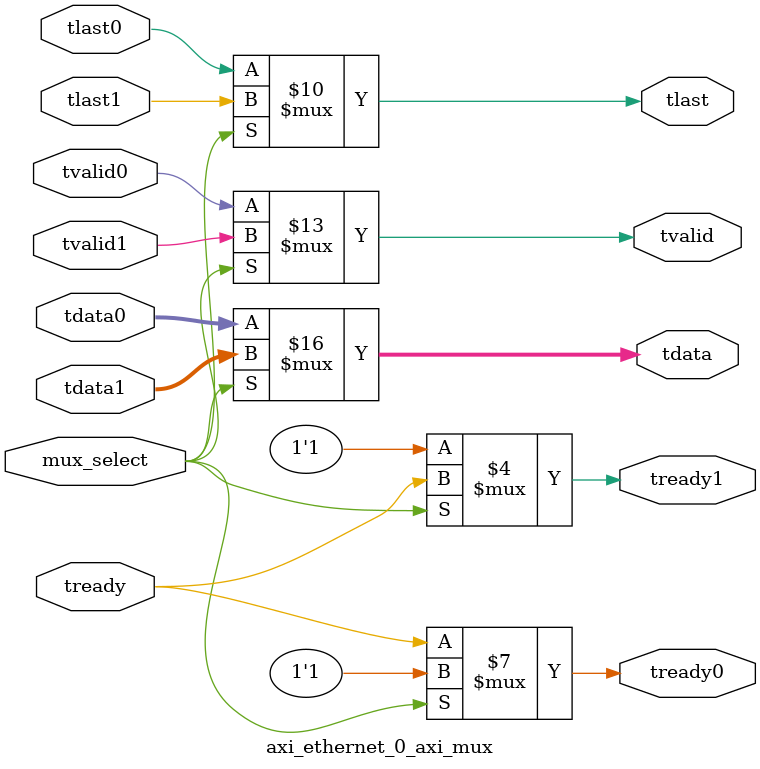
<source format=v>

`timescale 1 ps/1 ps

module axi_ethernet_0_axi_mux (
   input                   mux_select,

   // mux inputs
   input       [7:0]       tdata0,
   input                   tvalid0,
   input                   tlast0,
   output reg              tready0,
   
   input       [7:0]       tdata1,
   input                   tvalid1,
   input                   tlast1,
   output reg              tready1,
   
   // mux outputs
   output reg  [7:0]       tdata,
   output reg              tvalid,
   output reg              tlast,
   input                   tready
);

always @ * begin
   if (mux_select) begin
      tdata    = tdata1;
      tvalid   = tvalid1;
      tlast    = tlast1;
   end
   else begin
      tdata    = tdata0;
      tvalid   = tvalid0;
      tlast    = tlast0;
   end
end

always @ * begin
   if (mux_select) begin
      tready0     = 1'b1;
      tready1     = tready;
   end
   else begin
      tready0     = tready;
      tready1     = 1'b1;
   end
end

endmodule

</source>
